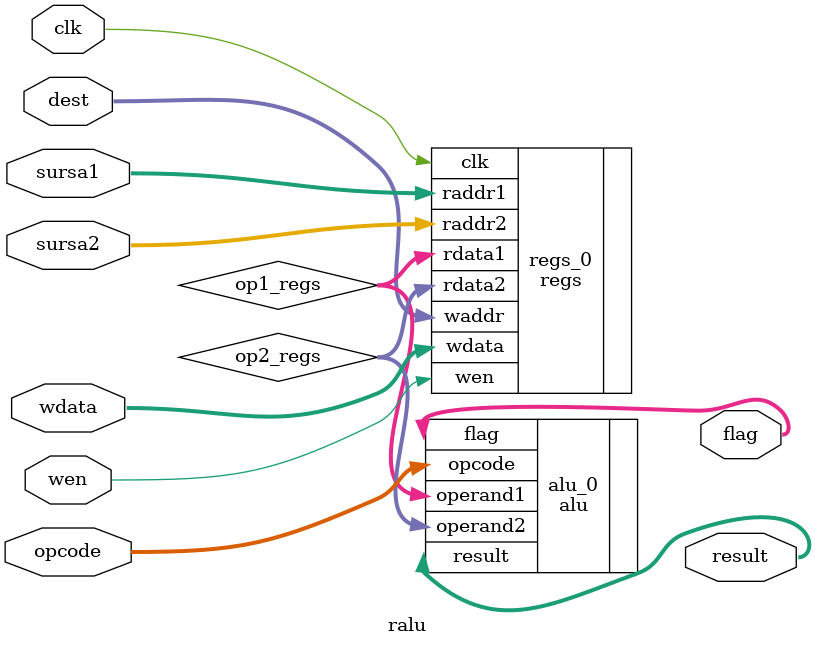
<source format=v>
module ralu(input wire clk,
            input wire [3:0]opcode,
            input wire [3:0]sursa1,
            input wire [3:0]sursa2,
            input wire [3:0]dest,
            input wire wen,
            input wire [7:0]wdata,
            output wire [1:0]flag,
            output wire [7:0]result

    );
    
wire [7:0]op1_regs;
wire [7:0]op2_regs;

regs regs_0 (.clk(clk),
            .raddr1(sursa1),
            .raddr2(sursa2),
            .waddr(dest),
            .wen(wen),
            .wdata(wdata),
            .rdata1(op1_regs),
            .rdata2(op2_regs)
    );
    
alu alu_0(.operand1(op1_regs),
          .operand2(op2_regs),
          .opcode(opcode),
          .result(result),
          .flag(flag)
            );
            
endmodule

</source>
